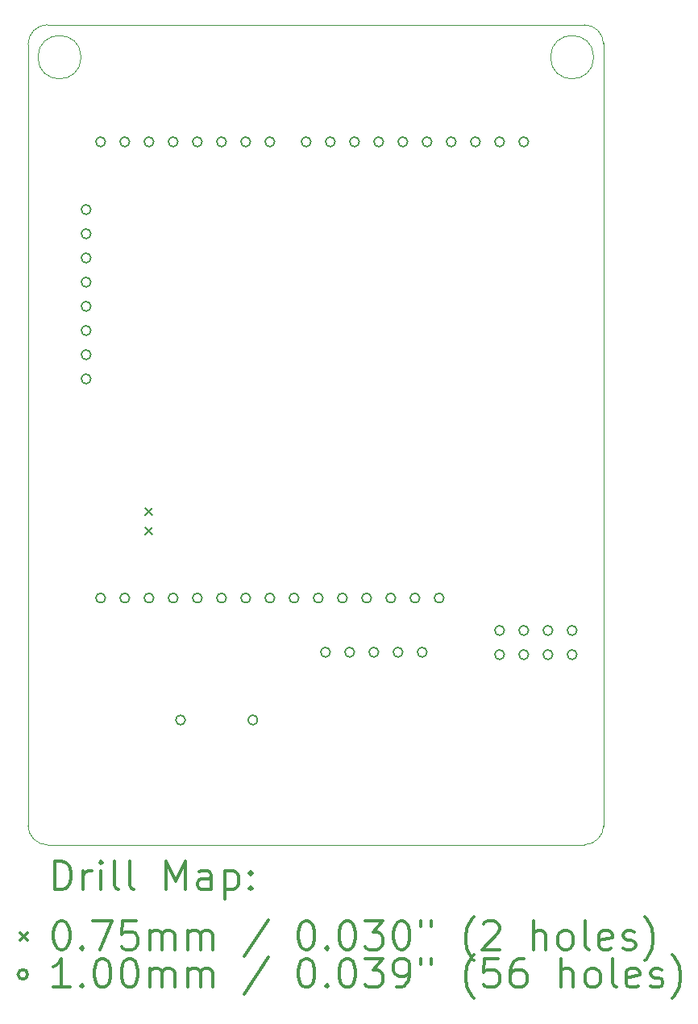
<source format=gbr>
%FSLAX45Y45*%
G04 Gerber Fmt 4.5, Leading zero omitted, Abs format (unit mm)*
G04 Created by KiCad (PCBNEW (5.1.2-1)-1) date 2019-10-09 15:24:18*
%MOMM*%
%LPD*%
G04 APERTURE LIST*
%ADD10C,0.050000*%
%ADD11C,0.100000*%
%ADD12C,0.200000*%
%ADD13C,0.300000*%
G04 APERTURE END LIST*
D10*
X16508584Y-5801360D02*
G75*
G03X16508584Y-5801360I-227185J0D01*
G01*
X21893385Y-5801360D02*
G75*
G03X21893385Y-5801360I-227185J0D01*
G01*
D11*
X21996400Y-13868400D02*
G75*
G02X21793200Y-14071600I-203200J0D01*
G01*
X16154400Y-14071600D02*
G75*
G02X15951200Y-13868400I0J203200D01*
G01*
X21793200Y-5461000D02*
G75*
G02X21996400Y-5664200I0J-203200D01*
G01*
X15951200Y-5664200D02*
G75*
G02X16154400Y-5461000I203200J0D01*
G01*
X21793200Y-5461000D02*
X16154400Y-5461000D01*
X21996400Y-13878560D02*
X21996400Y-5648960D01*
X16154400Y-14071600D02*
X21793200Y-14071600D01*
X15951200Y-5664200D02*
X15951200Y-13878560D01*
D12*
X17183700Y-10539060D02*
X17258700Y-10614060D01*
X17258700Y-10539060D02*
X17183700Y-10614060D01*
X17183700Y-10739060D02*
X17258700Y-10814060D01*
X17258700Y-10739060D02*
X17183700Y-10814060D01*
X19125400Y-12049760D02*
G75*
G03X19125400Y-12049760I-50000J0D01*
G01*
X19379400Y-12049760D02*
G75*
G03X19379400Y-12049760I-50000J0D01*
G01*
X19633400Y-12049760D02*
G75*
G03X19633400Y-12049760I-50000J0D01*
G01*
X19887400Y-12049760D02*
G75*
G03X19887400Y-12049760I-50000J0D01*
G01*
X20141400Y-12049760D02*
G75*
G03X20141400Y-12049760I-50000J0D01*
G01*
X16763200Y-11480800D02*
G75*
G03X16763200Y-11480800I-50000J0D01*
G01*
X17017200Y-11480800D02*
G75*
G03X17017200Y-11480800I-50000J0D01*
G01*
X17271200Y-11480800D02*
G75*
G03X17271200Y-11480800I-50000J0D01*
G01*
X17525200Y-11480800D02*
G75*
G03X17525200Y-11480800I-50000J0D01*
G01*
X17779200Y-11480800D02*
G75*
G03X17779200Y-11480800I-50000J0D01*
G01*
X18033200Y-11480800D02*
G75*
G03X18033200Y-11480800I-50000J0D01*
G01*
X18287200Y-11480800D02*
G75*
G03X18287200Y-11480800I-50000J0D01*
G01*
X18541200Y-11480800D02*
G75*
G03X18541200Y-11480800I-50000J0D01*
G01*
X18795200Y-11480800D02*
G75*
G03X18795200Y-11480800I-50000J0D01*
G01*
X19049200Y-11480800D02*
G75*
G03X19049200Y-11480800I-50000J0D01*
G01*
X19303200Y-11480800D02*
G75*
G03X19303200Y-11480800I-50000J0D01*
G01*
X19557200Y-11480800D02*
G75*
G03X19557200Y-11480800I-50000J0D01*
G01*
X19811200Y-11480800D02*
G75*
G03X19811200Y-11480800I-50000J0D01*
G01*
X20065200Y-11480800D02*
G75*
G03X20065200Y-11480800I-50000J0D01*
G01*
X20319200Y-11480800D02*
G75*
G03X20319200Y-11480800I-50000J0D01*
G01*
X18922200Y-6690360D02*
G75*
G03X18922200Y-6690360I-50000J0D01*
G01*
X19176200Y-6690360D02*
G75*
G03X19176200Y-6690360I-50000J0D01*
G01*
X19430200Y-6690360D02*
G75*
G03X19430200Y-6690360I-50000J0D01*
G01*
X19684200Y-6690360D02*
G75*
G03X19684200Y-6690360I-50000J0D01*
G01*
X19938200Y-6690360D02*
G75*
G03X19938200Y-6690360I-50000J0D01*
G01*
X20192200Y-6690360D02*
G75*
G03X20192200Y-6690360I-50000J0D01*
G01*
X20446200Y-6690360D02*
G75*
G03X20446200Y-6690360I-50000J0D01*
G01*
X20700200Y-6690360D02*
G75*
G03X20700200Y-6690360I-50000J0D01*
G01*
X20954200Y-6690360D02*
G75*
G03X20954200Y-6690360I-50000J0D01*
G01*
X21208200Y-6690360D02*
G75*
G03X21208200Y-6690360I-50000J0D01*
G01*
X17602400Y-12760960D02*
G75*
G03X17602400Y-12760960I-50000J0D01*
G01*
X18362400Y-12760960D02*
G75*
G03X18362400Y-12760960I-50000J0D01*
G01*
X16763200Y-6690360D02*
G75*
G03X16763200Y-6690360I-50000J0D01*
G01*
X17017200Y-6690360D02*
G75*
G03X17017200Y-6690360I-50000J0D01*
G01*
X17271200Y-6690360D02*
G75*
G03X17271200Y-6690360I-50000J0D01*
G01*
X17525200Y-6690360D02*
G75*
G03X17525200Y-6690360I-50000J0D01*
G01*
X17779200Y-6690360D02*
G75*
G03X17779200Y-6690360I-50000J0D01*
G01*
X18033200Y-6690360D02*
G75*
G03X18033200Y-6690360I-50000J0D01*
G01*
X18287200Y-6690360D02*
G75*
G03X18287200Y-6690360I-50000J0D01*
G01*
X18541200Y-6690360D02*
G75*
G03X18541200Y-6690360I-50000J0D01*
G01*
X16610800Y-7401560D02*
G75*
G03X16610800Y-7401560I-50000J0D01*
G01*
X16610800Y-7655560D02*
G75*
G03X16610800Y-7655560I-50000J0D01*
G01*
X16610800Y-7909560D02*
G75*
G03X16610800Y-7909560I-50000J0D01*
G01*
X16610800Y-8163560D02*
G75*
G03X16610800Y-8163560I-50000J0D01*
G01*
X16610800Y-8417560D02*
G75*
G03X16610800Y-8417560I-50000J0D01*
G01*
X16610800Y-8671560D02*
G75*
G03X16610800Y-8671560I-50000J0D01*
G01*
X16610800Y-8925560D02*
G75*
G03X16610800Y-8925560I-50000J0D01*
G01*
X16610800Y-9179560D02*
G75*
G03X16610800Y-9179560I-50000J0D01*
G01*
X20954200Y-11821160D02*
G75*
G03X20954200Y-11821160I-50000J0D01*
G01*
X20954200Y-12075160D02*
G75*
G03X20954200Y-12075160I-50000J0D01*
G01*
X21208200Y-11821160D02*
G75*
G03X21208200Y-11821160I-50000J0D01*
G01*
X21208200Y-12075160D02*
G75*
G03X21208200Y-12075160I-50000J0D01*
G01*
X21462200Y-11821160D02*
G75*
G03X21462200Y-11821160I-50000J0D01*
G01*
X21462200Y-12075160D02*
G75*
G03X21462200Y-12075160I-50000J0D01*
G01*
X21716200Y-11821160D02*
G75*
G03X21716200Y-11821160I-50000J0D01*
G01*
X21716200Y-12075160D02*
G75*
G03X21716200Y-12075160I-50000J0D01*
G01*
D13*
X16232628Y-14542314D02*
X16232628Y-14242314D01*
X16304057Y-14242314D01*
X16346914Y-14256600D01*
X16375486Y-14285171D01*
X16389771Y-14313743D01*
X16404057Y-14370886D01*
X16404057Y-14413743D01*
X16389771Y-14470886D01*
X16375486Y-14499457D01*
X16346914Y-14528029D01*
X16304057Y-14542314D01*
X16232628Y-14542314D01*
X16532628Y-14542314D02*
X16532628Y-14342314D01*
X16532628Y-14399457D02*
X16546914Y-14370886D01*
X16561200Y-14356600D01*
X16589771Y-14342314D01*
X16618343Y-14342314D01*
X16718343Y-14542314D02*
X16718343Y-14342314D01*
X16718343Y-14242314D02*
X16704057Y-14256600D01*
X16718343Y-14270886D01*
X16732628Y-14256600D01*
X16718343Y-14242314D01*
X16718343Y-14270886D01*
X16904057Y-14542314D02*
X16875486Y-14528029D01*
X16861200Y-14499457D01*
X16861200Y-14242314D01*
X17061200Y-14542314D02*
X17032628Y-14528029D01*
X17018343Y-14499457D01*
X17018343Y-14242314D01*
X17404057Y-14542314D02*
X17404057Y-14242314D01*
X17504057Y-14456600D01*
X17604057Y-14242314D01*
X17604057Y-14542314D01*
X17875486Y-14542314D02*
X17875486Y-14385171D01*
X17861200Y-14356600D01*
X17832628Y-14342314D01*
X17775486Y-14342314D01*
X17746914Y-14356600D01*
X17875486Y-14528029D02*
X17846914Y-14542314D01*
X17775486Y-14542314D01*
X17746914Y-14528029D01*
X17732628Y-14499457D01*
X17732628Y-14470886D01*
X17746914Y-14442314D01*
X17775486Y-14428029D01*
X17846914Y-14428029D01*
X17875486Y-14413743D01*
X18018343Y-14342314D02*
X18018343Y-14642314D01*
X18018343Y-14356600D02*
X18046914Y-14342314D01*
X18104057Y-14342314D01*
X18132628Y-14356600D01*
X18146914Y-14370886D01*
X18161200Y-14399457D01*
X18161200Y-14485171D01*
X18146914Y-14513743D01*
X18132628Y-14528029D01*
X18104057Y-14542314D01*
X18046914Y-14542314D01*
X18018343Y-14528029D01*
X18289771Y-14513743D02*
X18304057Y-14528029D01*
X18289771Y-14542314D01*
X18275486Y-14528029D01*
X18289771Y-14513743D01*
X18289771Y-14542314D01*
X18289771Y-14356600D02*
X18304057Y-14370886D01*
X18289771Y-14385171D01*
X18275486Y-14370886D01*
X18289771Y-14356600D01*
X18289771Y-14385171D01*
X15871200Y-14999100D02*
X15946200Y-15074100D01*
X15946200Y-14999100D02*
X15871200Y-15074100D01*
X16289771Y-14872314D02*
X16318343Y-14872314D01*
X16346914Y-14886600D01*
X16361200Y-14900886D01*
X16375486Y-14929457D01*
X16389771Y-14986600D01*
X16389771Y-15058029D01*
X16375486Y-15115171D01*
X16361200Y-15143743D01*
X16346914Y-15158029D01*
X16318343Y-15172314D01*
X16289771Y-15172314D01*
X16261200Y-15158029D01*
X16246914Y-15143743D01*
X16232628Y-15115171D01*
X16218343Y-15058029D01*
X16218343Y-14986600D01*
X16232628Y-14929457D01*
X16246914Y-14900886D01*
X16261200Y-14886600D01*
X16289771Y-14872314D01*
X16518343Y-15143743D02*
X16532628Y-15158029D01*
X16518343Y-15172314D01*
X16504057Y-15158029D01*
X16518343Y-15143743D01*
X16518343Y-15172314D01*
X16632628Y-14872314D02*
X16832628Y-14872314D01*
X16704057Y-15172314D01*
X17089771Y-14872314D02*
X16946914Y-14872314D01*
X16932628Y-15015171D01*
X16946914Y-15000886D01*
X16975486Y-14986600D01*
X17046914Y-14986600D01*
X17075486Y-15000886D01*
X17089771Y-15015171D01*
X17104057Y-15043743D01*
X17104057Y-15115171D01*
X17089771Y-15143743D01*
X17075486Y-15158029D01*
X17046914Y-15172314D01*
X16975486Y-15172314D01*
X16946914Y-15158029D01*
X16932628Y-15143743D01*
X17232628Y-15172314D02*
X17232628Y-14972314D01*
X17232628Y-15000886D02*
X17246914Y-14986600D01*
X17275486Y-14972314D01*
X17318343Y-14972314D01*
X17346914Y-14986600D01*
X17361200Y-15015171D01*
X17361200Y-15172314D01*
X17361200Y-15015171D02*
X17375486Y-14986600D01*
X17404057Y-14972314D01*
X17446914Y-14972314D01*
X17475486Y-14986600D01*
X17489771Y-15015171D01*
X17489771Y-15172314D01*
X17632628Y-15172314D02*
X17632628Y-14972314D01*
X17632628Y-15000886D02*
X17646914Y-14986600D01*
X17675486Y-14972314D01*
X17718343Y-14972314D01*
X17746914Y-14986600D01*
X17761200Y-15015171D01*
X17761200Y-15172314D01*
X17761200Y-15015171D02*
X17775486Y-14986600D01*
X17804057Y-14972314D01*
X17846914Y-14972314D01*
X17875486Y-14986600D01*
X17889771Y-15015171D01*
X17889771Y-15172314D01*
X18475486Y-14858029D02*
X18218343Y-15243743D01*
X18861200Y-14872314D02*
X18889771Y-14872314D01*
X18918343Y-14886600D01*
X18932628Y-14900886D01*
X18946914Y-14929457D01*
X18961200Y-14986600D01*
X18961200Y-15058029D01*
X18946914Y-15115171D01*
X18932628Y-15143743D01*
X18918343Y-15158029D01*
X18889771Y-15172314D01*
X18861200Y-15172314D01*
X18832628Y-15158029D01*
X18818343Y-15143743D01*
X18804057Y-15115171D01*
X18789771Y-15058029D01*
X18789771Y-14986600D01*
X18804057Y-14929457D01*
X18818343Y-14900886D01*
X18832628Y-14886600D01*
X18861200Y-14872314D01*
X19089771Y-15143743D02*
X19104057Y-15158029D01*
X19089771Y-15172314D01*
X19075486Y-15158029D01*
X19089771Y-15143743D01*
X19089771Y-15172314D01*
X19289771Y-14872314D02*
X19318343Y-14872314D01*
X19346914Y-14886600D01*
X19361200Y-14900886D01*
X19375486Y-14929457D01*
X19389771Y-14986600D01*
X19389771Y-15058029D01*
X19375486Y-15115171D01*
X19361200Y-15143743D01*
X19346914Y-15158029D01*
X19318343Y-15172314D01*
X19289771Y-15172314D01*
X19261200Y-15158029D01*
X19246914Y-15143743D01*
X19232628Y-15115171D01*
X19218343Y-15058029D01*
X19218343Y-14986600D01*
X19232628Y-14929457D01*
X19246914Y-14900886D01*
X19261200Y-14886600D01*
X19289771Y-14872314D01*
X19489771Y-14872314D02*
X19675486Y-14872314D01*
X19575486Y-14986600D01*
X19618343Y-14986600D01*
X19646914Y-15000886D01*
X19661200Y-15015171D01*
X19675486Y-15043743D01*
X19675486Y-15115171D01*
X19661200Y-15143743D01*
X19646914Y-15158029D01*
X19618343Y-15172314D01*
X19532628Y-15172314D01*
X19504057Y-15158029D01*
X19489771Y-15143743D01*
X19861200Y-14872314D02*
X19889771Y-14872314D01*
X19918343Y-14886600D01*
X19932628Y-14900886D01*
X19946914Y-14929457D01*
X19961200Y-14986600D01*
X19961200Y-15058029D01*
X19946914Y-15115171D01*
X19932628Y-15143743D01*
X19918343Y-15158029D01*
X19889771Y-15172314D01*
X19861200Y-15172314D01*
X19832628Y-15158029D01*
X19818343Y-15143743D01*
X19804057Y-15115171D01*
X19789771Y-15058029D01*
X19789771Y-14986600D01*
X19804057Y-14929457D01*
X19818343Y-14900886D01*
X19832628Y-14886600D01*
X19861200Y-14872314D01*
X20075486Y-14872314D02*
X20075486Y-14929457D01*
X20189771Y-14872314D02*
X20189771Y-14929457D01*
X20632628Y-15286600D02*
X20618343Y-15272314D01*
X20589771Y-15229457D01*
X20575486Y-15200886D01*
X20561200Y-15158029D01*
X20546914Y-15086600D01*
X20546914Y-15029457D01*
X20561200Y-14958029D01*
X20575486Y-14915171D01*
X20589771Y-14886600D01*
X20618343Y-14843743D01*
X20632628Y-14829457D01*
X20732628Y-14900886D02*
X20746914Y-14886600D01*
X20775486Y-14872314D01*
X20846914Y-14872314D01*
X20875486Y-14886600D01*
X20889771Y-14900886D01*
X20904057Y-14929457D01*
X20904057Y-14958029D01*
X20889771Y-15000886D01*
X20718343Y-15172314D01*
X20904057Y-15172314D01*
X21261200Y-15172314D02*
X21261200Y-14872314D01*
X21389771Y-15172314D02*
X21389771Y-15015171D01*
X21375486Y-14986600D01*
X21346914Y-14972314D01*
X21304057Y-14972314D01*
X21275486Y-14986600D01*
X21261200Y-15000886D01*
X21575486Y-15172314D02*
X21546914Y-15158029D01*
X21532628Y-15143743D01*
X21518343Y-15115171D01*
X21518343Y-15029457D01*
X21532628Y-15000886D01*
X21546914Y-14986600D01*
X21575486Y-14972314D01*
X21618343Y-14972314D01*
X21646914Y-14986600D01*
X21661200Y-15000886D01*
X21675486Y-15029457D01*
X21675486Y-15115171D01*
X21661200Y-15143743D01*
X21646914Y-15158029D01*
X21618343Y-15172314D01*
X21575486Y-15172314D01*
X21846914Y-15172314D02*
X21818343Y-15158029D01*
X21804057Y-15129457D01*
X21804057Y-14872314D01*
X22075486Y-15158029D02*
X22046914Y-15172314D01*
X21989771Y-15172314D01*
X21961200Y-15158029D01*
X21946914Y-15129457D01*
X21946914Y-15015171D01*
X21961200Y-14986600D01*
X21989771Y-14972314D01*
X22046914Y-14972314D01*
X22075486Y-14986600D01*
X22089771Y-15015171D01*
X22089771Y-15043743D01*
X21946914Y-15072314D01*
X22204057Y-15158029D02*
X22232628Y-15172314D01*
X22289771Y-15172314D01*
X22318343Y-15158029D01*
X22332628Y-15129457D01*
X22332628Y-15115171D01*
X22318343Y-15086600D01*
X22289771Y-15072314D01*
X22246914Y-15072314D01*
X22218343Y-15058029D01*
X22204057Y-15029457D01*
X22204057Y-15015171D01*
X22218343Y-14986600D01*
X22246914Y-14972314D01*
X22289771Y-14972314D01*
X22318343Y-14986600D01*
X22432628Y-15286600D02*
X22446914Y-15272314D01*
X22475486Y-15229457D01*
X22489771Y-15200886D01*
X22504057Y-15158029D01*
X22518343Y-15086600D01*
X22518343Y-15029457D01*
X22504057Y-14958029D01*
X22489771Y-14915171D01*
X22475486Y-14886600D01*
X22446914Y-14843743D01*
X22432628Y-14829457D01*
X15946200Y-15432600D02*
G75*
G03X15946200Y-15432600I-50000J0D01*
G01*
X16389771Y-15568314D02*
X16218343Y-15568314D01*
X16304057Y-15568314D02*
X16304057Y-15268314D01*
X16275486Y-15311171D01*
X16246914Y-15339743D01*
X16218343Y-15354029D01*
X16518343Y-15539743D02*
X16532628Y-15554029D01*
X16518343Y-15568314D01*
X16504057Y-15554029D01*
X16518343Y-15539743D01*
X16518343Y-15568314D01*
X16718343Y-15268314D02*
X16746914Y-15268314D01*
X16775486Y-15282600D01*
X16789771Y-15296886D01*
X16804057Y-15325457D01*
X16818343Y-15382600D01*
X16818343Y-15454029D01*
X16804057Y-15511171D01*
X16789771Y-15539743D01*
X16775486Y-15554029D01*
X16746914Y-15568314D01*
X16718343Y-15568314D01*
X16689771Y-15554029D01*
X16675486Y-15539743D01*
X16661200Y-15511171D01*
X16646914Y-15454029D01*
X16646914Y-15382600D01*
X16661200Y-15325457D01*
X16675486Y-15296886D01*
X16689771Y-15282600D01*
X16718343Y-15268314D01*
X17004057Y-15268314D02*
X17032628Y-15268314D01*
X17061200Y-15282600D01*
X17075486Y-15296886D01*
X17089771Y-15325457D01*
X17104057Y-15382600D01*
X17104057Y-15454029D01*
X17089771Y-15511171D01*
X17075486Y-15539743D01*
X17061200Y-15554029D01*
X17032628Y-15568314D01*
X17004057Y-15568314D01*
X16975486Y-15554029D01*
X16961200Y-15539743D01*
X16946914Y-15511171D01*
X16932628Y-15454029D01*
X16932628Y-15382600D01*
X16946914Y-15325457D01*
X16961200Y-15296886D01*
X16975486Y-15282600D01*
X17004057Y-15268314D01*
X17232628Y-15568314D02*
X17232628Y-15368314D01*
X17232628Y-15396886D02*
X17246914Y-15382600D01*
X17275486Y-15368314D01*
X17318343Y-15368314D01*
X17346914Y-15382600D01*
X17361200Y-15411171D01*
X17361200Y-15568314D01*
X17361200Y-15411171D02*
X17375486Y-15382600D01*
X17404057Y-15368314D01*
X17446914Y-15368314D01*
X17475486Y-15382600D01*
X17489771Y-15411171D01*
X17489771Y-15568314D01*
X17632628Y-15568314D02*
X17632628Y-15368314D01*
X17632628Y-15396886D02*
X17646914Y-15382600D01*
X17675486Y-15368314D01*
X17718343Y-15368314D01*
X17746914Y-15382600D01*
X17761200Y-15411171D01*
X17761200Y-15568314D01*
X17761200Y-15411171D02*
X17775486Y-15382600D01*
X17804057Y-15368314D01*
X17846914Y-15368314D01*
X17875486Y-15382600D01*
X17889771Y-15411171D01*
X17889771Y-15568314D01*
X18475486Y-15254029D02*
X18218343Y-15639743D01*
X18861200Y-15268314D02*
X18889771Y-15268314D01*
X18918343Y-15282600D01*
X18932628Y-15296886D01*
X18946914Y-15325457D01*
X18961200Y-15382600D01*
X18961200Y-15454029D01*
X18946914Y-15511171D01*
X18932628Y-15539743D01*
X18918343Y-15554029D01*
X18889771Y-15568314D01*
X18861200Y-15568314D01*
X18832628Y-15554029D01*
X18818343Y-15539743D01*
X18804057Y-15511171D01*
X18789771Y-15454029D01*
X18789771Y-15382600D01*
X18804057Y-15325457D01*
X18818343Y-15296886D01*
X18832628Y-15282600D01*
X18861200Y-15268314D01*
X19089771Y-15539743D02*
X19104057Y-15554029D01*
X19089771Y-15568314D01*
X19075486Y-15554029D01*
X19089771Y-15539743D01*
X19089771Y-15568314D01*
X19289771Y-15268314D02*
X19318343Y-15268314D01*
X19346914Y-15282600D01*
X19361200Y-15296886D01*
X19375486Y-15325457D01*
X19389771Y-15382600D01*
X19389771Y-15454029D01*
X19375486Y-15511171D01*
X19361200Y-15539743D01*
X19346914Y-15554029D01*
X19318343Y-15568314D01*
X19289771Y-15568314D01*
X19261200Y-15554029D01*
X19246914Y-15539743D01*
X19232628Y-15511171D01*
X19218343Y-15454029D01*
X19218343Y-15382600D01*
X19232628Y-15325457D01*
X19246914Y-15296886D01*
X19261200Y-15282600D01*
X19289771Y-15268314D01*
X19489771Y-15268314D02*
X19675486Y-15268314D01*
X19575486Y-15382600D01*
X19618343Y-15382600D01*
X19646914Y-15396886D01*
X19661200Y-15411171D01*
X19675486Y-15439743D01*
X19675486Y-15511171D01*
X19661200Y-15539743D01*
X19646914Y-15554029D01*
X19618343Y-15568314D01*
X19532628Y-15568314D01*
X19504057Y-15554029D01*
X19489771Y-15539743D01*
X19818343Y-15568314D02*
X19875486Y-15568314D01*
X19904057Y-15554029D01*
X19918343Y-15539743D01*
X19946914Y-15496886D01*
X19961200Y-15439743D01*
X19961200Y-15325457D01*
X19946914Y-15296886D01*
X19932628Y-15282600D01*
X19904057Y-15268314D01*
X19846914Y-15268314D01*
X19818343Y-15282600D01*
X19804057Y-15296886D01*
X19789771Y-15325457D01*
X19789771Y-15396886D01*
X19804057Y-15425457D01*
X19818343Y-15439743D01*
X19846914Y-15454029D01*
X19904057Y-15454029D01*
X19932628Y-15439743D01*
X19946914Y-15425457D01*
X19961200Y-15396886D01*
X20075486Y-15268314D02*
X20075486Y-15325457D01*
X20189771Y-15268314D02*
X20189771Y-15325457D01*
X20632628Y-15682600D02*
X20618343Y-15668314D01*
X20589771Y-15625457D01*
X20575486Y-15596886D01*
X20561200Y-15554029D01*
X20546914Y-15482600D01*
X20546914Y-15425457D01*
X20561200Y-15354029D01*
X20575486Y-15311171D01*
X20589771Y-15282600D01*
X20618343Y-15239743D01*
X20632628Y-15225457D01*
X20889771Y-15268314D02*
X20746914Y-15268314D01*
X20732628Y-15411171D01*
X20746914Y-15396886D01*
X20775486Y-15382600D01*
X20846914Y-15382600D01*
X20875486Y-15396886D01*
X20889771Y-15411171D01*
X20904057Y-15439743D01*
X20904057Y-15511171D01*
X20889771Y-15539743D01*
X20875486Y-15554029D01*
X20846914Y-15568314D01*
X20775486Y-15568314D01*
X20746914Y-15554029D01*
X20732628Y-15539743D01*
X21161200Y-15268314D02*
X21104057Y-15268314D01*
X21075486Y-15282600D01*
X21061200Y-15296886D01*
X21032628Y-15339743D01*
X21018343Y-15396886D01*
X21018343Y-15511171D01*
X21032628Y-15539743D01*
X21046914Y-15554029D01*
X21075486Y-15568314D01*
X21132628Y-15568314D01*
X21161200Y-15554029D01*
X21175486Y-15539743D01*
X21189771Y-15511171D01*
X21189771Y-15439743D01*
X21175486Y-15411171D01*
X21161200Y-15396886D01*
X21132628Y-15382600D01*
X21075486Y-15382600D01*
X21046914Y-15396886D01*
X21032628Y-15411171D01*
X21018343Y-15439743D01*
X21546914Y-15568314D02*
X21546914Y-15268314D01*
X21675486Y-15568314D02*
X21675486Y-15411171D01*
X21661200Y-15382600D01*
X21632628Y-15368314D01*
X21589771Y-15368314D01*
X21561200Y-15382600D01*
X21546914Y-15396886D01*
X21861200Y-15568314D02*
X21832628Y-15554029D01*
X21818343Y-15539743D01*
X21804057Y-15511171D01*
X21804057Y-15425457D01*
X21818343Y-15396886D01*
X21832628Y-15382600D01*
X21861200Y-15368314D01*
X21904057Y-15368314D01*
X21932628Y-15382600D01*
X21946914Y-15396886D01*
X21961200Y-15425457D01*
X21961200Y-15511171D01*
X21946914Y-15539743D01*
X21932628Y-15554029D01*
X21904057Y-15568314D01*
X21861200Y-15568314D01*
X22132628Y-15568314D02*
X22104057Y-15554029D01*
X22089771Y-15525457D01*
X22089771Y-15268314D01*
X22361200Y-15554029D02*
X22332628Y-15568314D01*
X22275486Y-15568314D01*
X22246914Y-15554029D01*
X22232628Y-15525457D01*
X22232628Y-15411171D01*
X22246914Y-15382600D01*
X22275486Y-15368314D01*
X22332628Y-15368314D01*
X22361200Y-15382600D01*
X22375486Y-15411171D01*
X22375486Y-15439743D01*
X22232628Y-15468314D01*
X22489771Y-15554029D02*
X22518343Y-15568314D01*
X22575486Y-15568314D01*
X22604057Y-15554029D01*
X22618343Y-15525457D01*
X22618343Y-15511171D01*
X22604057Y-15482600D01*
X22575486Y-15468314D01*
X22532628Y-15468314D01*
X22504057Y-15454029D01*
X22489771Y-15425457D01*
X22489771Y-15411171D01*
X22504057Y-15382600D01*
X22532628Y-15368314D01*
X22575486Y-15368314D01*
X22604057Y-15382600D01*
X22718343Y-15682600D02*
X22732628Y-15668314D01*
X22761200Y-15625457D01*
X22775486Y-15596886D01*
X22789771Y-15554029D01*
X22804057Y-15482600D01*
X22804057Y-15425457D01*
X22789771Y-15354029D01*
X22775486Y-15311171D01*
X22761200Y-15282600D01*
X22732628Y-15239743D01*
X22718343Y-15225457D01*
M02*

</source>
